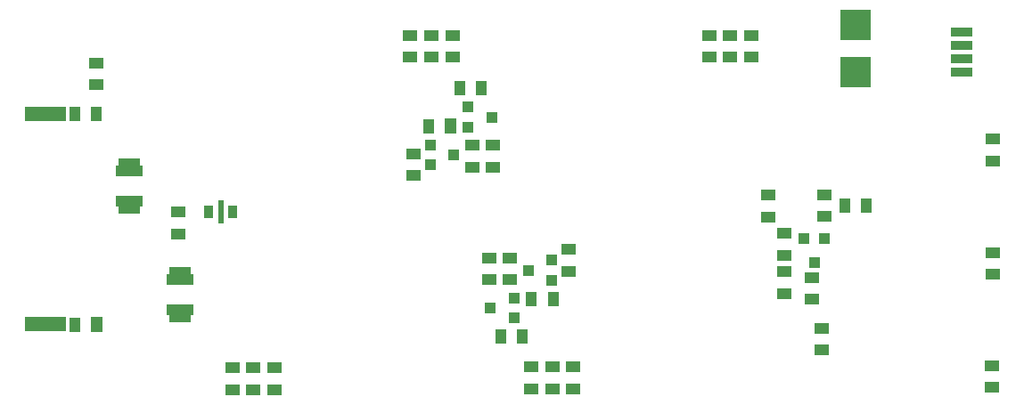
<source format=gbr>
%FSLAX34Y34*%
%MOMM*%
%LNSMDMASK_BOTTOM*%
G71*
G01*
%ADD10R,1.400X1.100*%
%ADD11R,1.100X1.100*%
%ADD12R,1.100X1.400*%
%ADD13R,2.000X1.500*%
%ADD14R,2.600X1.100*%
%ADD15R,4.000X1.400*%
%ADD16R,0.900X1.200*%
%ADD17R,0.600X2.200*%
%ADD18R,2.000X0.900*%
%ADD19R,3.000X3.000*%
%LPD*%
X374322Y-188773D02*
G54D10*
D03*
X374322Y-209373D02*
G54D10*
D03*
X390918Y-180136D02*
G54D11*
D03*
X390918Y-199136D02*
G54D11*
D03*
X413118Y-189636D02*
G54D11*
D03*
X426676Y-144389D02*
G54D11*
D03*
X426676Y-163389D02*
G54D11*
D03*
X448876Y-153889D02*
G54D11*
D03*
X389152Y-162289D02*
G54D12*
D03*
G36*
X404252Y-155289D02*
X415252Y-155289D01*
X415253Y-169289D01*
X404253Y-169289D01*
X404252Y-155289D01*
G37*
X430772Y-180598D02*
G54D10*
D03*
X430772Y-201198D02*
G54D10*
D03*
X449872Y-180598D02*
G54D10*
D03*
X449872Y-201198D02*
G54D10*
D03*
X418504Y-126308D02*
G54D12*
D03*
X439104Y-126308D02*
G54D12*
D03*
X371553Y-75953D02*
G54D10*
D03*
X371553Y-96553D02*
G54D10*
D03*
X391553Y-75953D02*
G54D10*
D03*
X391553Y-96553D02*
G54D10*
D03*
X411553Y-75953D02*
G54D10*
D03*
X411553Y-96553D02*
G54D10*
D03*
X73626Y-102503D02*
G54D10*
D03*
X73626Y-123103D02*
G54D10*
D03*
X53059Y-150994D02*
G54D12*
D03*
X73659Y-150994D02*
G54D12*
D03*
X105000Y-200799D02*
G54D13*
D03*
X105000Y-238299D02*
G54D13*
D03*
X105001Y-204999D02*
G54D14*
D03*
X105001Y-233999D02*
G54D14*
D03*
X151271Y-244248D02*
G54D10*
D03*
X151271Y-264848D02*
G54D10*
D03*
X25000Y-151000D02*
G54D15*
D03*
X73626Y-123103D02*
G54D10*
D03*
X180196Y-244050D02*
G54D16*
D03*
X203196Y-244050D02*
G54D16*
D03*
X191696Y-244050D02*
G54D17*
D03*
X655553Y-75953D02*
G54D10*
D03*
X655553Y-96553D02*
G54D10*
D03*
X675553Y-75953D02*
G54D10*
D03*
X675553Y-96553D02*
G54D10*
D03*
X695553Y-75953D02*
G54D10*
D03*
X695553Y-96553D02*
G54D10*
D03*
X242448Y-412947D02*
G54D10*
D03*
X242448Y-392347D02*
G54D10*
D03*
X222448Y-412947D02*
G54D10*
D03*
X222448Y-392347D02*
G54D10*
D03*
X202448Y-412947D02*
G54D10*
D03*
X202448Y-392347D02*
G54D10*
D03*
X52961Y-351023D02*
G54D12*
D03*
G36*
X68060Y-344023D02*
X79060Y-344023D01*
X79061Y-358023D01*
X68061Y-358023D01*
X68060Y-344023D01*
G37*
X25000Y-351000D02*
G54D15*
D03*
X153001Y-341499D02*
G54D13*
D03*
X153000Y-303999D02*
G54D13*
D03*
X153000Y-337299D02*
G54D14*
D03*
X153000Y-308299D02*
G54D14*
D03*
X895762Y-72813D02*
G54D18*
D03*
X895762Y-85513D02*
G54D18*
D03*
X895762Y-98213D02*
G54D18*
D03*
X895762Y-110913D02*
G54D18*
D03*
X526408Y-412210D02*
G54D10*
D03*
X526408Y-391610D02*
G54D10*
D03*
X506408Y-412210D02*
G54D10*
D03*
X506408Y-391610D02*
G54D10*
D03*
X486408Y-412210D02*
G54D10*
D03*
X486408Y-391610D02*
G54D10*
D03*
X522279Y-300227D02*
G54D10*
D03*
X522279Y-279627D02*
G54D10*
D03*
X505682Y-308864D02*
G54D11*
D03*
X505682Y-289864D02*
G54D11*
D03*
X483482Y-299364D02*
G54D11*
D03*
X469924Y-344611D02*
G54D11*
D03*
X469924Y-325611D02*
G54D11*
D03*
X447724Y-335111D02*
G54D11*
D03*
X507448Y-326711D02*
G54D12*
D03*
X486848Y-326711D02*
G54D12*
D03*
X465829Y-308402D02*
G54D10*
D03*
X465829Y-287802D02*
G54D10*
D03*
X446729Y-308402D02*
G54D10*
D03*
X446729Y-287802D02*
G54D10*
D03*
X478097Y-362692D02*
G54D12*
D03*
X457497Y-362692D02*
G54D12*
D03*
X762248Y-354866D02*
G54D10*
D03*
X762248Y-375466D02*
G54D10*
D03*
X745919Y-269729D02*
G54D11*
D03*
X764919Y-269729D02*
G54D11*
D03*
X755419Y-291929D02*
G54D11*
D03*
X753341Y-306370D02*
G54D10*
D03*
X753341Y-326970D02*
G54D10*
D03*
X764606Y-227888D02*
G54D10*
D03*
X764606Y-248488D02*
G54D10*
D03*
X804753Y-238334D02*
G54D12*
D03*
X784153Y-238334D02*
G54D12*
D03*
X727118Y-321509D02*
G54D10*
D03*
X727118Y-300909D02*
G54D10*
D03*
X726991Y-285058D02*
G54D10*
D03*
X726991Y-264458D02*
G54D10*
D03*
X711245Y-248641D02*
G54D10*
D03*
X711245Y-228041D02*
G54D10*
D03*
X924536Y-411018D02*
G54D10*
D03*
X924537Y-390418D02*
G54D10*
D03*
X924753Y-303147D02*
G54D10*
D03*
X924753Y-282547D02*
G54D10*
D03*
X924953Y-195347D02*
G54D10*
D03*
X924953Y-174747D02*
G54D10*
D03*
X794453Y-111232D02*
G54D19*
D03*
X794453Y-66232D02*
G54D19*
D03*
M02*

</source>
